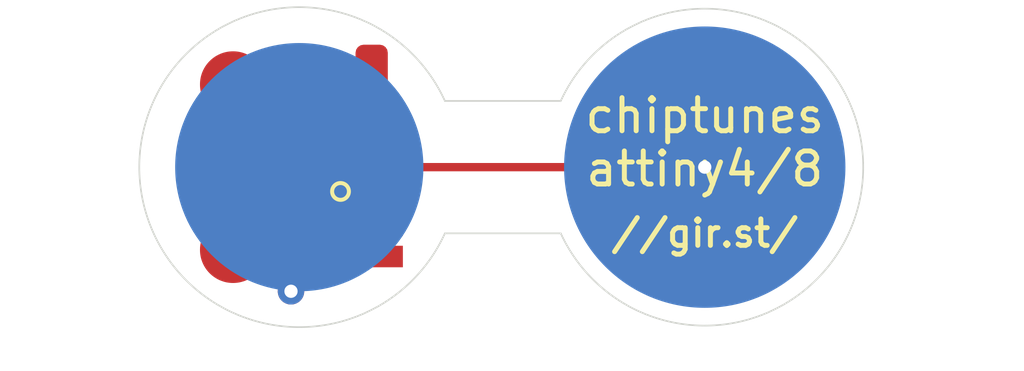
<source format=kicad_pcb>
(kicad_pcb (version 20171130) (host pcbnew 5.1.6-1.fc31)

  (general
    (thickness 1.6)
    (drawings 11)
    (tracks 34)
    (zones 0)
    (modules 8)
    (nets 7)
  )

  (page A4)
  (layers
    (0 F.Cu signal)
    (31 B.Cu signal)
    (32 B.Adhes user)
    (33 F.Adhes user)
    (34 B.Paste user)
    (35 F.Paste user)
    (36 B.SilkS user)
    (37 F.SilkS user)
    (38 B.Mask user)
    (39 F.Mask user)
    (40 Dwgs.User user)
    (41 Cmts.User user)
    (42 Eco1.User user)
    (43 Eco2.User user)
    (44 Edge.Cuts user)
    (45 Margin user)
    (46 B.CrtYd user)
    (47 F.CrtYd user)
    (48 B.Fab user)
    (49 F.Fab user)
  )

  (setup
    (last_trace_width 0.25)
    (trace_clearance 0.2)
    (zone_clearance 0.508)
    (zone_45_only no)
    (trace_min 0.2)
    (via_size 0.8)
    (via_drill 0.4)
    (via_min_size 0.4)
    (via_min_drill 0.3)
    (uvia_size 0.3)
    (uvia_drill 0.1)
    (uvias_allowed no)
    (uvia_min_size 0.2)
    (uvia_min_drill 0.1)
    (edge_width 0.05)
    (segment_width 0.2)
    (pcb_text_width 0.3)
    (pcb_text_size 1.5 1.5)
    (mod_edge_width 0.12)
    (mod_text_size 1 1)
    (mod_text_width 0.15)
    (pad_size 2.5 2.5)
    (pad_drill 0)
    (pad_to_mask_clearance 0.05)
    (aux_axis_origin 0 0)
    (visible_elements FFFFFF7F)
    (pcbplotparams
      (layerselection 0x010fc_ffffffff)
      (usegerberextensions false)
      (usegerberattributes true)
      (usegerberadvancedattributes true)
      (creategerberjobfile true)
      (excludeedgelayer true)
      (linewidth 0.100000)
      (plotframeref false)
      (viasonmask false)
      (mode 1)
      (useauxorigin false)
      (hpglpennumber 1)
      (hpglpenspeed 20)
      (hpglpendiameter 15.000000)
      (psnegative false)
      (psa4output false)
      (plotreference true)
      (plotvalue true)
      (plotinvisibletext false)
      (padsonsilk false)
      (subtractmaskfromsilk false)
      (outputformat 1)
      (mirror false)
      (drillshape 1)
      (scaleselection 1)
      (outputdirectory ""))
  )

  (net 0 "")
  (net 1 "Net-(R1-Pad2)")
  (net 2 +3V0)
  (net 3 GND)
  (net 4 "Net-(U1-Pad6)")
  (net 5 "Net-(U1-Pad3)")
  (net 6 "Net-(C1-Pad1)")

  (net_class Default "This is the default net class."
    (clearance 0.2)
    (trace_width 0.25)
    (via_dia 0.8)
    (via_drill 0.4)
    (uvia_dia 0.3)
    (uvia_drill 0.1)
    (add_net +3V0)
    (add_net GND)
    (add_net "Net-(C1-Pad1)")
    (add_net "Net-(R1-Pad2)")
    (add_net "Net-(U1-Pad3)")
    (add_net "Net-(U1-Pad6)")
  )

  (module Package_TO_SOT_SMD:SOT-23-6 (layer F.Cu) (tedit 5F1D8F2A) (tstamp 5F1D8ED1)
    (at 151.5 96.75)
    (descr "6-pin SOT-23 package")
    (tags SOT-23-6)
    (path /5F194EBF)
    (attr smd)
    (fp_text reference U1 (at 0 -2.9) (layer F.SilkS) hide
      (effects (font (size 1 1) (thickness 0.15)))
    )
    (fp_text value ATtiny4-TS (at 0 2.75) (layer F.Fab)
      (effects (font (size 1 1) (thickness 0.15)))
    )
    (fp_line (start 1.9 -1.8) (end -1.9 -1.8) (layer F.CrtYd) (width 0.05))
    (fp_line (start 1.9 1.8) (end 1.9 -1.8) (layer F.CrtYd) (width 0.05))
    (fp_line (start -1.9 1.8) (end 1.9 1.8) (layer F.CrtYd) (width 0.05))
    (fp_line (start -1.9 -1.8) (end -1.9 1.8) (layer F.CrtYd) (width 0.05))
    (fp_line (start -0.9 -0.9) (end -0.25 -1.55) (layer F.Fab) (width 0.1))
    (fp_line (start 0.9 -1.55) (end -0.25 -1.55) (layer F.Fab) (width 0.1))
    (fp_line (start -0.9 -0.9) (end -0.9 1.55) (layer F.Fab) (width 0.1))
    (fp_line (start 0.9 1.55) (end -0.9 1.55) (layer F.Fab) (width 0.1))
    (fp_line (start 0.9 -1.55) (end 0.9 1.55) (layer F.Fab) (width 0.1))
    (fp_circle (center -0.254 -1.016) (end 0 -1.016) (layer F.SilkS) (width 0.12))
    (fp_text user %R (at 0 0 90) (layer F.Fab)
      (effects (font (size 0.5 0.5) (thickness 0.075)))
    )
    (pad 5 smd rect (at 1.1 0) (size 1.06 0.65) (layers F.Cu F.Paste F.Mask)
      (net 2 +3V0))
    (pad 6 smd rect (at 1.1 -0.95) (size 1.06 0.65) (layers F.Cu F.Paste F.Mask)
      (net 4 "Net-(U1-Pad6)"))
    (pad 4 smd rect (at 1.1 0.95) (size 1.06 0.65) (layers F.Cu F.Paste F.Mask)
      (net 1 "Net-(R1-Pad2)"))
    (pad 3 smd rect (at -1.1 0.95) (size 1.06 0.65) (layers F.Cu F.Paste F.Mask)
      (net 5 "Net-(U1-Pad3)"))
    (pad 2 smd rect (at -1.1 0) (size 1.06 0.65) (layers F.Cu F.Paste F.Mask)
      (net 3 GND))
    (pad 1 smd rect (at -1.1 -0.95) (size 1.06 0.65) (layers F.Cu F.Paste F.Mask)
      (net 1 "Net-(R1-Pad2)"))
    (model ${KISYS3DMOD}/Package_TO_SOT_SMD.3dshapes/SOT-23-6.wrl
      (at (xyz 0 0 0))
      (scale (xyz 1 1 1))
      (rotate (xyz 0 0 0))
    )
  )

  (module Capacitor_SMD:C_0805_2012Metric (layer F.Cu) (tedit 5F1D8E47) (tstamp 5F1D8D88)
    (at 147.75 95)
    (descr "Capacitor SMD 0805 (2012 Metric), square (rectangular) end terminal, IPC_7351 nominal, (Body size source: https://docs.google.com/spreadsheets/d/1BsfQQcO9C6DZCsRaXUlFlo91Tg2WpOkGARC1WS5S8t0/edit?usp=sharing), generated with kicad-footprint-generator")
    (tags capacitor)
    (path /5F1DA44F)
    (attr smd)
    (fp_text reference C1 (at 0 -1.65) (layer F.SilkS) hide
      (effects (font (size 1 1) (thickness 0.15)))
    )
    (fp_text value 100n (at -3.5 0) (layer F.Fab)
      (effects (font (size 1 1) (thickness 0.15)))
    )
    (fp_line (start 1.68 0.95) (end -1.68 0.95) (layer F.CrtYd) (width 0.05))
    (fp_line (start 1.68 -0.95) (end 1.68 0.95) (layer F.CrtYd) (width 0.05))
    (fp_line (start -1.68 -0.95) (end 1.68 -0.95) (layer F.CrtYd) (width 0.05))
    (fp_line (start -1.68 0.95) (end -1.68 -0.95) (layer F.CrtYd) (width 0.05))
    (fp_line (start 1 0.6) (end -1 0.6) (layer F.Fab) (width 0.1))
    (fp_line (start 1 -0.6) (end 1 0.6) (layer F.Fab) (width 0.1))
    (fp_line (start -1 -0.6) (end 1 -0.6) (layer F.Fab) (width 0.1))
    (fp_line (start -1 0.6) (end -1 -0.6) (layer F.Fab) (width 0.1))
    (fp_text user %R (at 0 0) (layer F.Fab)
      (effects (font (size 0.5 0.5) (thickness 0.08)))
    )
    (pad 2 smd roundrect (at 0.9375 0) (size 0.975 1.4) (layers F.Cu F.Paste F.Mask) (roundrect_rratio 0.25)
      (net 3 GND))
    (pad 1 smd roundrect (at -0.9375 0) (size 0.975 1.4) (layers F.Cu F.Paste F.Mask) (roundrect_rratio 0.25)
      (net 6 "Net-(C1-Pad1)"))
    (model ${KISYS3DMOD}/Capacitor_SMD.3dshapes/C_0805_2012Metric.wrl
      (at (xyz 0 0 0))
      (scale (xyz 1 1 1))
      (rotate (xyz 0 0 0))
    )
  )

  (module Resistor_SMD:R_0805_2012Metric (layer F.Cu) (tedit 5F1D8E33) (tstamp 5F1D8DB5)
    (at 151.25 92)
    (descr "Resistor SMD 0805 (2012 Metric), square (rectangular) end terminal, IPC_7351 nominal, (Body size source: https://docs.google.com/spreadsheets/d/1BsfQQcO9C6DZCsRaXUlFlo91Tg2WpOkGARC1WS5S8t0/edit?usp=sharing), generated with kicad-footprint-generator")
    (tags resistor)
    (path /5F1D9E27)
    (attr smd)
    (fp_text reference R2 (at 0 -1.65) (layer F.SilkS) hide
      (effects (font (size 1 1) (thickness 0.15)))
    )
    (fp_text value 200 (at 3.25 0) (layer F.Fab)
      (effects (font (size 1 1) (thickness 0.15)))
    )
    (fp_line (start 1.68 0.95) (end -1.68 0.95) (layer F.CrtYd) (width 0.05))
    (fp_line (start 1.68 -0.95) (end 1.68 0.95) (layer F.CrtYd) (width 0.05))
    (fp_line (start -1.68 -0.95) (end 1.68 -0.95) (layer F.CrtYd) (width 0.05))
    (fp_line (start -1.68 0.95) (end -1.68 -0.95) (layer F.CrtYd) (width 0.05))
    (fp_line (start 1 0.6) (end -1 0.6) (layer F.Fab) (width 0.1))
    (fp_line (start 1 -0.6) (end 1 0.6) (layer F.Fab) (width 0.1))
    (fp_line (start -1 -0.6) (end 1 -0.6) (layer F.Fab) (width 0.1))
    (fp_line (start -1 0.6) (end -1 -0.6) (layer F.Fab) (width 0.1))
    (fp_text user %R (at 0 0) (layer F.Fab)
      (effects (font (size 0.5 0.5) (thickness 0.08)))
    )
    (pad 2 smd roundrect (at 0.9375 0) (size 0.975 1.4) (layers F.Cu F.Paste F.Mask) (roundrect_rratio 0.25)
      (net 1 "Net-(R1-Pad2)"))
    (pad 1 smd roundrect (at -0.9375 0) (size 0.975 1.4) (layers F.Cu F.Paste F.Mask) (roundrect_rratio 0.25)
      (net 6 "Net-(C1-Pad1)"))
    (model ${KISYS3DMOD}/Resistor_SMD.3dshapes/R_0805_2012Metric.wrl
      (at (xyz 0 0 0))
      (scale (xyz 1 1 1))
      (rotate (xyz 0 0 0))
    )
  )

  (module Resistor_SMD:R_0805_2012Metric (layer F.Cu) (tedit 5F195A38) (tstamp 5F1D8F10)
    (at 151.25 94 180)
    (descr "Resistor SMD 0805 (2012 Metric), square (rectangular) end terminal, IPC_7351 nominal, (Body size source: https://docs.google.com/spreadsheets/d/1BsfQQcO9C6DZCsRaXUlFlo91Tg2WpOkGARC1WS5S8t0/edit?usp=sharing), generated with kicad-footprint-generator")
    (tags resistor)
    (path /5F195255)
    (attr smd)
    (fp_text reference R1 (at 0 -1.65 180) (layer F.SilkS) hide
      (effects (font (size 1 1) (thickness 0.15)))
    )
    (fp_text value 100k (at -3.5 0 180) (layer F.Fab)
      (effects (font (size 1 1) (thickness 0.15)))
    )
    (fp_line (start -1 0.6) (end -1 -0.6) (layer F.Fab) (width 0.1))
    (fp_line (start -1 -0.6) (end 1 -0.6) (layer F.Fab) (width 0.1))
    (fp_line (start 1 -0.6) (end 1 0.6) (layer F.Fab) (width 0.1))
    (fp_line (start 1 0.6) (end -1 0.6) (layer F.Fab) (width 0.1))
    (fp_line (start -1.68 0.95) (end -1.68 -0.95) (layer F.CrtYd) (width 0.05))
    (fp_line (start -1.68 -0.95) (end 1.68 -0.95) (layer F.CrtYd) (width 0.05))
    (fp_line (start 1.68 -0.95) (end 1.68 0.95) (layer F.CrtYd) (width 0.05))
    (fp_line (start 1.68 0.95) (end -1.68 0.95) (layer F.CrtYd) (width 0.05))
    (fp_text user %R (at 0 0 180) (layer F.Fab)
      (effects (font (size 0.5 0.5) (thickness 0.08)))
    )
    (pad 2 smd roundrect (at 0.9375 0 180) (size 0.975 1.4) (layers F.Cu F.Paste F.Mask) (roundrect_rratio 0.25)
      (net 1 "Net-(R1-Pad2)"))
    (pad 1 smd roundrect (at -0.9375 0 180) (size 0.975 1.4) (layers F.Cu F.Paste F.Mask) (roundrect_rratio 0.25)
      (net 2 +3V0))
    (model ${KISYS3DMOD}/Resistor_SMD.3dshapes/R_0805_2012Metric.wrl
      (at (xyz 0 0 0))
      (scale (xyz 1 1 1))
      (rotate (xyz 0 0 0))
    )
  )

  (module TestPoint:TestPoint_Pad_D2.0mm (layer F.Cu) (tedit 5F195A23) (tstamp 5F1DF091)
    (at 148 97.5 180)
    (descr "SMD pad as test Point, diameter 2.0mm")
    (tags "test point SMD pad")
    (path /5F19AD90)
    (attr virtual)
    (fp_text reference TP4 (at 0 -1.998 180) (layer F.SilkS) hide
      (effects (font (size 1 1) (thickness 0.15)))
    )
    (fp_text value audio- (at 4.25 0 180) (layer F.Fab)
      (effects (font (size 1 1) (thickness 0.15)))
    )
    (fp_circle (center 0 0) (end 1.5 0) (layer F.CrtYd) (width 0.05))
    (fp_text user %R (at 0 -2 180) (layer F.Fab) hide
      (effects (font (size 1 1) (thickness 0.15)))
    )
    (pad 1 smd circle (at 0 0 180) (size 2 2) (layers F.Cu F.Mask)
      (net 3 GND))
  )

  (module TestPoint:TestPoint_Pad_D2.0mm (layer F.Cu) (tedit 5F195A17) (tstamp 5F195274)
    (at 148 92.5 180)
    (descr "SMD pad as test Point, diameter 2.0mm")
    (tags "test point SMD pad")
    (path /5F19A878)
    (attr virtual)
    (fp_text reference TP3 (at 0 -1.998 180) (layer F.SilkS) hide
      (effects (font (size 1 1) (thickness 0.15)))
    )
    (fp_text value audio+ (at 4.25 0 180) (layer F.Fab)
      (effects (font (size 1 1) (thickness 0.15)))
    )
    (fp_circle (center 0 0) (end 1.5 0) (layer F.CrtYd) (width 0.05))
    (fp_text user %R (at 0 -2 180) (layer F.Fab) hide
      (effects (font (size 1 1) (thickness 0.15)))
    )
    (pad 1 smd circle (at 0 0 180) (size 2 2) (layers F.Cu F.Mask)
      (net 6 "Net-(C1-Pad1)"))
  )

  (module TestPoint:TestPoint_Pad_D2.0mm (layer B.Cu) (tedit 5F195751) (tstamp 5F195264)
    (at 162.25 95)
    (descr "SMD pad as test Point, diameter 2.0mm")
    (tags "test point SMD pad")
    (path /5F19AF7A)
    (attr virtual)
    (fp_text reference TP1 (at 0 1.998) (layer B.SilkS) hide
      (effects (font (size 1 1) (thickness 0.15)) (justify mirror))
    )
    (fp_text value bat+ (at 0 0) (layer B.Fab)
      (effects (font (size 1 1) (thickness 0.15)) (justify mirror))
    )
    (fp_circle (center 0 0) (end 1.5 0) (layer B.CrtYd) (width 0.05))
    (fp_text user %R (at 0 2) (layer B.Fab) hide
      (effects (font (size 1 1) (thickness 0.15)) (justify mirror))
    )
    (pad 1 smd circle (at 0 0) (size 8.5 8.5) (layers B.Cu B.Mask)
      (net 2 +3V0))
  )

  (module TestPoint:TestPoint_Pad_D2.0mm (layer B.Cu) (tedit 5F195733) (tstamp 5F1955D7)
    (at 150 95)
    (descr "SMD pad as test Point, diameter 2.0mm")
    (tags "test point SMD pad")
    (path /5F19B282)
    (attr virtual)
    (fp_text reference TP2 (at 0 1.998) (layer B.SilkS) hide
      (effects (font (size 1 1) (thickness 0.15)) (justify mirror))
    )
    (fp_text value bat- (at 0 0) (layer B.Fab)
      (effects (font (size 1 1) (thickness 0.15)) (justify mirror))
    )
    (fp_circle (center 0 0) (end 1.5 0) (layer B.CrtYd) (width 0.05))
    (fp_text user %R (at 0 2) (layer B.Fab) hide
      (effects (font (size 1 1) (thickness 0.15)) (justify mirror))
    )
    (pad 1 smd circle (at 0 0) (size 7.5 7.5) (layers B.Cu B.Mask)
      (net 3 GND))
  )

  (gr_poly (pts (xy 167.5 100) (xy 145 100) (xy 145 90) (xy 167.5 90)) (layer B.Mask) (width 0.1))
  (gr_text //gir.st/ (at 162.25 97) (layer F.SilkS)
    (effects (font (size 0.8 0.8) (thickness 0.15)))
  )
  (gr_text "chiptunes\nattiny4/8" (at 162.25 94.25) (layer F.SilkS)
    (effects (font (size 1 1) (thickness 0.15)))
  )
  (gr_arc (start 162.25 95) (end 157.900001 96.999999) (angle -310.6168837) (layer Edge.Cuts) (width 0.05))
  (gr_arc (start 150 95) (end 154.399999 93.000001) (angle -311.1120904) (layer Edge.Cuts) (width 0.05))
  (gr_line (start 157.9 93) (end 154.4 93) (layer Edge.Cuts) (width 0.05))
  (gr_line (start 157.9 97) (end 154.4 97) (layer Edge.Cuts) (width 0.05))
  (dimension 4 (width 0.15) (layer Dwgs.User)
    (gr_text "4.000 mm" (at 170.55 95 270) (layer Dwgs.User)
      (effects (font (size 1 1) (thickness 0.15)))
    )
    (feature1 (pts (xy 156 97) (xy 169.836421 97)))
    (feature2 (pts (xy 156 93) (xy 169.836421 93)))
    (crossbar (pts (xy 169.25 93) (xy 169.25 97)))
    (arrow1a (pts (xy 169.25 97) (xy 168.663579 95.873496)))
    (arrow1b (pts (xy 169.25 97) (xy 169.836421 95.873496)))
    (arrow2a (pts (xy 169.25 93) (xy 168.663579 94.126504)))
    (arrow2b (pts (xy 169.25 93) (xy 169.836421 94.126504)))
  )
  (gr_circle (center 162.25 95) (end 167 95) (layer Dwgs.User) (width 0.15) (tstamp 5F195718))
  (dimension 2.75 (width 0.15) (layer Dwgs.User)
    (gr_text "2.750 mm" (at 156.125 101.8) (layer Dwgs.User)
      (effects (font (size 1 1) (thickness 0.15)))
    )
    (feature1 (pts (xy 157.5 95) (xy 157.5 101.086421)))
    (feature2 (pts (xy 154.75 95) (xy 154.75 101.086421)))
    (crossbar (pts (xy 154.75 100.5) (xy 157.5 100.5)))
    (arrow1a (pts (xy 157.5 100.5) (xy 156.373496 101.086421)))
    (arrow1b (pts (xy 157.5 100.5) (xy 156.373496 99.913579)))
    (arrow2a (pts (xy 154.75 100.5) (xy 155.876504 101.086421)))
    (arrow2b (pts (xy 154.75 100.5) (xy 155.876504 99.913579)))
  )
  (gr_circle (center 150 95) (end 154.75 95) (layer Dwgs.User) (width 0.15))

  (segment (start 151.18 95.8) (end 151.255001 95.875001) (width 0.25) (layer F.Cu) (net 1))
  (segment (start 150.4 95.8) (end 151.18 95.8) (width 0.25) (layer F.Cu) (net 1))
  (segment (start 151.82 97.7) (end 152.6 97.7) (width 0.25) (layer F.Cu) (net 1))
  (segment (start 151.255001 97.135001) (end 151.82 97.7) (width 0.25) (layer F.Cu) (net 1))
  (segment (start 151.255001 95.875001) (end 151.255001 97.135001) (width 0.25) (layer F.Cu) (net 1))
  (segment (start 150.4 94.0875) (end 150.3125 94) (width 0.25) (layer F.Cu) (net 1))
  (segment (start 150.4 95.8) (end 150.4 94.0875) (width 0.25) (layer F.Cu) (net 1))
  (segment (start 152.1875 92.125) (end 152.1875 92) (width 0.25) (layer F.Cu) (net 1))
  (segment (start 150.3125 94) (end 152.1875 92.125) (width 0.25) (layer F.Cu) (net 1))
  (via (at 162.25 95) (size 0.8) (drill 0.4) (layers F.Cu B.Cu) (net 2))
  (segment (start 151.82 96.75) (end 152.6 96.75) (width 0.25) (layer F.Cu) (net 2))
  (segment (start 151.744999 95.214999) (end 151.744999 96.674999) (width 0.25) (layer F.Cu) (net 2))
  (segment (start 151.744999 96.674999) (end 151.82 96.75) (width 0.25) (layer F.Cu) (net 2))
  (segment (start 151.959998 95) (end 151.744999 95.214999) (width 0.25) (layer F.Cu) (net 2))
  (segment (start 152.1875 94.9375) (end 152.25 95) (width 0.25) (layer F.Cu) (net 2))
  (segment (start 152.1875 94) (end 152.1875 94.9375) (width 0.25) (layer F.Cu) (net 2))
  (segment (start 162.25 95) (end 152.25 95) (width 0.25) (layer F.Cu) (net 2))
  (segment (start 152.25 95) (end 151.959998 95) (width 0.25) (layer F.Cu) (net 2))
  (segment (start 150 95) (end 151.75 95) (width 0.25) (layer B.Cu) (net 3))
  (segment (start 151.75 95) (end 153.25 93.5) (width 0.25) (layer B.Cu) (net 3))
  (segment (start 148.87 97.5) (end 148 97.5) (width 0.25) (layer F.Cu) (net 3))
  (segment (start 149.62 96.75) (end 148.87 97.5) (width 0.25) (layer F.Cu) (net 3))
  (segment (start 150.4 96.75) (end 149.62 96.75) (width 0.25) (layer F.Cu) (net 3))
  (segment (start 148.6875 96.8125) (end 148 97.5) (width 0.25) (layer F.Cu) (net 3))
  (segment (start 148.6875 95) (end 148.6875 96.8125) (width 0.25) (layer F.Cu) (net 3))
  (via (at 149.75 98.75) (size 0.8) (drill 0.4) (layers F.Cu B.Cu) (net 3))
  (segment (start 148 97.5) (end 148.5 97.5) (width 0.25) (layer F.Cu) (net 3))
  (segment (start 148.5 97.5) (end 149.75 98.75) (width 0.25) (layer F.Cu) (net 3))
  (segment (start 149.75 95.25) (end 150 95) (width 0.25) (layer B.Cu) (net 3))
  (segment (start 149.75 98.75) (end 149.75 95.25) (width 0.25) (layer B.Cu) (net 3))
  (segment (start 148.5 92) (end 148 92.5) (width 0.25) (layer F.Cu) (net 6))
  (segment (start 150.3125 92) (end 148.5 92) (width 0.25) (layer F.Cu) (net 6))
  (segment (start 146.8125 93.6875) (end 146.8125 95) (width 0.25) (layer F.Cu) (net 6))
  (segment (start 148 92.5) (end 146.8125 93.6875) (width 0.25) (layer F.Cu) (net 6))

)

</source>
